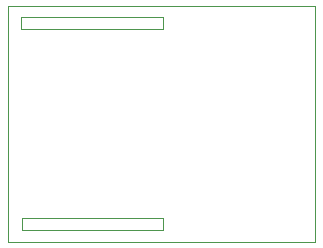
<source format=gbr>
%TF.GenerationSoftware,KiCad,Pcbnew,9.0.4*%
%TF.CreationDate,2026-01-08T18:44:24+01:00*%
%TF.ProjectId,Piezo_Energy_Harvester,5069657a-6f5f-4456-9e65-7267795f4861,rev?*%
%TF.SameCoordinates,Original*%
%TF.FileFunction,Profile,NP*%
%FSLAX46Y46*%
G04 Gerber Fmt 4.6, Leading zero omitted, Abs format (unit mm)*
G04 Created by KiCad (PCBNEW 9.0.4) date 2026-01-08 18:44:24*
%MOMM*%
%LPD*%
G01*
G04 APERTURE LIST*
%TA.AperFunction,Profile*%
%ADD10C,0.050000*%
%TD*%
G04 APERTURE END LIST*
D10*
X149950000Y-109800000D02*
X161950000Y-109800000D01*
X161950000Y-110800000D01*
X149950000Y-110800000D01*
X149950000Y-109800000D01*
X148800000Y-91800000D02*
X174800000Y-91800000D01*
X174800000Y-111800000D01*
X148800000Y-111800000D01*
X148800000Y-91800000D01*
X149900000Y-92800000D02*
X161900000Y-92800000D01*
X161900000Y-93800000D01*
X149900000Y-93800000D01*
X149900000Y-92800000D01*
M02*

</source>
